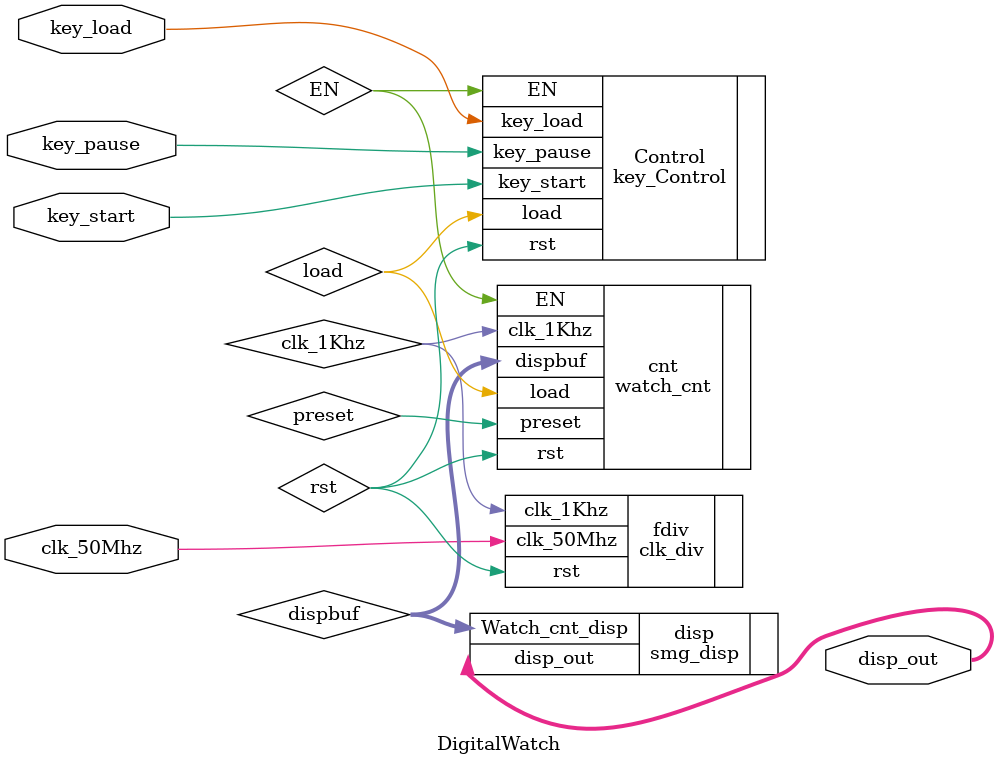
<source format=v>
/*****************************************
模块名：DigitalWatch
编写者：yangsongtao
编写时间：2016年1月15日17:00:58
描述：
    数字秒表的顶层文件
输入：
    键盘输入——START&STOP信号
    键盘输入——暂停信号
输出：
    数码管输出——disp_out
注意事项：
***********************************************/
module DigitalWatch (
    input clk_50Mhz,
    input key_start,
    input key_pause,
    input key_load,
    output[23:0] disp_out
    );
    //时钟计数需要的1KHZ时钟
    wire clk_1Khz;
    //时钟控制信号
    wire rst,EN,load;
    wire [23:0] dispbuf;

    clk_div fdiv(.clk_50Mhz(clk_50Mhz),
                 .rst(rst),
                 .clk_1Khz(clk_1Khz)
                 );
    key_Control Control(.key_start(key_start),
                        .key_pause(key_pause),
                        .key_load(key_load),
                        .rst(rst),
                        .EN(EN),
                        .load(load)
                        );
    watch_cnt cnt(.clk_1Khz(clk_1Khz),
                  .rst(rst),
                  .EN(EN),
                  .load(load),
                  .preset(preset),
                  .dispbuf(dispbuf)
                  );
    smg_disp disp(.Watch_cnt_disp(dispbuf),
                  .disp_out(disp_out)
                  );
endmodule // DigitalWatch

</source>
